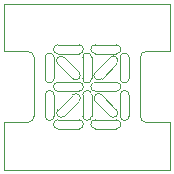
<source format=gbr>
G04 #@! TF.GenerationSoftware,KiCad,Pcbnew,(5.1.4)-1*
G04 #@! TF.CreationDate,2020-11-25T15:13:23-08:00*
G04 #@! TF.ProjectId,ufc_v4_comm_layer3,7566635f-7634-45f6-936f-6d6d5f6c6179,rev?*
G04 #@! TF.SameCoordinates,Original*
G04 #@! TF.FileFunction,Profile,NP*
%FSLAX46Y46*%
G04 Gerber Fmt 4.6, Leading zero omitted, Abs format (unit mm)*
G04 Created by KiCad (PCBNEW (5.1.4)-1) date 2020-11-25 15:13:23*
%MOMM*%
%LPD*%
G04 APERTURE LIST*
%ADD10C,0.050000*%
G04 APERTURE END LIST*
D10*
X188151000Y-58479000D02*
G75*
G02X187389000Y-58479000I-381000J0D01*
G01*
X193739000Y-56701000D02*
G75*
G02X194501000Y-56701000I381000J0D01*
G01*
X194501000Y-58479000D02*
X194501000Y-56701000D01*
X190564000Y-56701000D02*
G75*
G02X191326000Y-56701000I381000J0D01*
G01*
X188151000Y-58479000D02*
X188151000Y-56701000D01*
X194501000Y-58479000D02*
G75*
G02X193739000Y-58479000I-381000J0D01*
G01*
X191326000Y-58479000D02*
G75*
G02X190564000Y-58479000I-381000J0D01*
G01*
X193739000Y-56701000D02*
X193739000Y-58479000D01*
X190564000Y-56701000D02*
X190564000Y-58479000D01*
X194501000Y-61654000D02*
X194501000Y-59876000D01*
X191326000Y-58479000D02*
X191326000Y-56701000D01*
X187389000Y-56701000D02*
G75*
G02X188151000Y-56701000I381000J0D01*
G01*
X187389000Y-56701000D02*
X187389000Y-58479000D01*
X188468500Y-59558500D02*
X190246500Y-59558500D01*
X190246500Y-61971500D02*
G75*
G02X190246500Y-62733500I0J-381000D01*
G01*
X193739000Y-59876000D02*
G75*
G02X194501000Y-59876000I381000J0D01*
G01*
X193739000Y-59876000D02*
X193739000Y-61654000D01*
X194501000Y-61654000D02*
G75*
G02X193739000Y-61654000I-381000J0D01*
G01*
X191634474Y-60405790D02*
G75*
G02X192173290Y-59866974I269408J269408D01*
G01*
X191634474Y-60405790D02*
X192891710Y-61663026D01*
X193430526Y-61124210D02*
G75*
G02X192891710Y-61663026I-269408J-269408D01*
G01*
X190246500Y-55621500D02*
G75*
G02X190246500Y-56383500I0J-381000D01*
G01*
X188998290Y-61663026D02*
G75*
G02X188459474Y-61124210I-269408J269408D01*
G01*
X189716710Y-59866974D02*
G75*
G02X190255526Y-60405790I269408J-269408D01*
G01*
X193421500Y-55621500D02*
G75*
G02X193421500Y-56383500I0J-381000D01*
G01*
X192173290Y-58488026D02*
X193430526Y-57230790D01*
X192891710Y-56691974D02*
G75*
G02X193430526Y-57230790I269408J-269408D01*
G01*
X188468500Y-59558500D02*
G75*
G02X188468500Y-58796500I0J381000D01*
G01*
X191326000Y-61654000D02*
X191326000Y-59876000D01*
X190564000Y-59876000D02*
G75*
G02X191326000Y-59876000I381000J0D01*
G01*
X190246500Y-58796500D02*
X188468500Y-58796500D01*
X190246500Y-58796500D02*
G75*
G02X190246500Y-59558500I0J-381000D01*
G01*
X191643500Y-62733500D02*
G75*
G02X191643500Y-61971500I0J381000D01*
G01*
X193421500Y-55621500D02*
X191643500Y-55621500D01*
X188468500Y-62733500D02*
G75*
G02X188468500Y-61971500I0J381000D01*
G01*
X192891710Y-56691974D02*
X191634474Y-57949210D01*
X190564000Y-59876000D02*
X190564000Y-61654000D01*
X188468500Y-56383500D02*
G75*
G02X188468500Y-55621500I0J381000D01*
G01*
X191326000Y-61654000D02*
G75*
G02X190564000Y-61654000I-381000J0D01*
G01*
X188151000Y-61654000D02*
X188151000Y-59876000D01*
X187389000Y-59876000D02*
G75*
G02X188151000Y-59876000I381000J0D01*
G01*
X187389000Y-59876000D02*
X187389000Y-61654000D01*
X188151000Y-61654000D02*
G75*
G02X187389000Y-61654000I-381000J0D01*
G01*
X190255526Y-57949210D02*
X188998290Y-56691974D01*
X188459474Y-57230790D02*
G75*
G02X188998290Y-56691974I269408J269408D01*
G01*
X189716710Y-59866974D02*
X188459474Y-61124210D01*
X188459474Y-57230790D02*
X189716710Y-58488026D01*
X190255526Y-57949210D02*
G75*
G02X189716710Y-58488026I-269408J-269408D01*
G01*
X193421500Y-61971500D02*
G75*
G02X193421500Y-62733500I0J-381000D01*
G01*
X191643500Y-56383500D02*
G75*
G02X191643500Y-55621500I0J381000D01*
G01*
X188468500Y-62733500D02*
X190246500Y-62733500D01*
X190246500Y-61971500D02*
X188468500Y-61971500D01*
X193421500Y-58796500D02*
X191643500Y-58796500D01*
X193430526Y-61124210D02*
X192173290Y-59866974D01*
X191643500Y-56383500D02*
X193421500Y-56383500D01*
X192173290Y-58488026D02*
G75*
G02X191634474Y-57949210I-269408J269408D01*
G01*
X188998290Y-61663026D02*
X190255526Y-60405790D01*
X193421500Y-61971500D02*
X191643500Y-61971500D01*
X191643500Y-62733500D02*
X193421500Y-62733500D01*
X191643500Y-59558500D02*
G75*
G02X191643500Y-58796500I0J381000D01*
G01*
X191643500Y-59558500D02*
X193421500Y-59558500D01*
X193421500Y-58796500D02*
G75*
G02X193421500Y-59558500I0J-381000D01*
G01*
X188468500Y-56383500D02*
X190246500Y-56383500D01*
X190246500Y-55621500D02*
X188468500Y-55621500D01*
X195945000Y-62190000D02*
G75*
G02X195445000Y-61690000I0J500000D01*
G01*
X186445000Y-61690000D02*
G75*
G02X185945000Y-62190000I-500000J0D01*
G01*
X195445000Y-56690000D02*
X195445000Y-61690000D01*
X185945000Y-56190000D02*
X183945000Y-56190000D01*
X197945000Y-66190000D02*
X183945000Y-66190000D01*
X183945000Y-62190000D02*
X183945000Y-66190000D01*
X197945000Y-62190000D02*
X197945000Y-66190000D01*
X185945000Y-56190000D02*
G75*
G02X186445000Y-56690000I0J-500000D01*
G01*
X185945000Y-62190000D02*
X183945000Y-62190000D01*
X195945000Y-56190000D02*
X197945000Y-56190000D01*
X195945000Y-62190000D02*
X197945000Y-62190000D01*
X186445000Y-56690000D02*
X186445000Y-61690000D01*
X195445000Y-56690000D02*
G75*
G02X195945000Y-56190000I500000J0D01*
G01*
X183945000Y-52190000D02*
X197945000Y-52190000D01*
X197945000Y-52190000D02*
X197945000Y-56190000D01*
X183945000Y-56190000D02*
X183945000Y-52190000D01*
M02*

</source>
